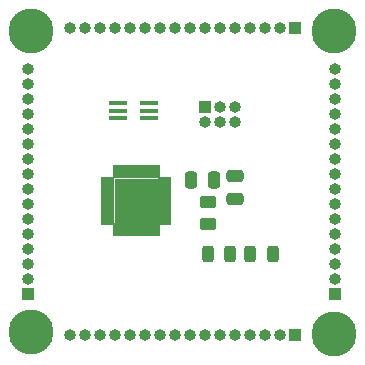
<source format=gbr>
%TF.GenerationSoftware,KiCad,Pcbnew,7.0.11-7.0.11~ubuntu20.04.1*%
%TF.CreationDate,2024-05-21T12:12:53+01:00*%
%TF.ProjectId,crosspoint-switches,63726f73-7370-46f6-996e-742d73776974,rev?*%
%TF.SameCoordinates,Original*%
%TF.FileFunction,Soldermask,Top*%
%TF.FilePolarity,Negative*%
%FSLAX46Y46*%
G04 Gerber Fmt 4.6, Leading zero omitted, Abs format (unit mm)*
G04 Created by KiCad (PCBNEW 7.0.11-7.0.11~ubuntu20.04.1) date 2024-05-21 12:12:53*
%MOMM*%
%LPD*%
G01*
G04 APERTURE LIST*
G04 Aperture macros list*
%AMRoundRect*
0 Rectangle with rounded corners*
0 $1 Rounding radius*
0 $2 $3 $4 $5 $6 $7 $8 $9 X,Y pos of 4 corners*
0 Add a 4 corners polygon primitive as box body*
4,1,4,$2,$3,$4,$5,$6,$7,$8,$9,$2,$3,0*
0 Add four circle primitives for the rounded corners*
1,1,$1+$1,$2,$3*
1,1,$1+$1,$4,$5*
1,1,$1+$1,$6,$7*
1,1,$1+$1,$8,$9*
0 Add four rect primitives between the rounded corners*
20,1,$1+$1,$2,$3,$4,$5,0*
20,1,$1+$1,$4,$5,$6,$7,0*
20,1,$1+$1,$6,$7,$8,$9,0*
20,1,$1+$1,$8,$9,$2,$3,0*%
G04 Aperture macros list end*
%ADD10R,1.000000X1.000000*%
%ADD11O,1.000000X1.000000*%
%ADD12RoundRect,0.013920X-0.508080X-0.218080X0.508080X-0.218080X0.508080X0.218080X-0.508080X0.218080X0*%
%ADD13RoundRect,0.013920X0.218080X-0.508080X0.218080X0.508080X-0.218080X0.508080X-0.218080X-0.508080X0*%
%ADD14RoundRect,0.102000X-1.800000X-1.800000X1.800000X-1.800000X1.800000X1.800000X-1.800000X1.800000X0*%
%ADD15C,3.800000*%
%ADD16RoundRect,0.250000X-0.250000X-0.475000X0.250000X-0.475000X0.250000X0.475000X-0.250000X0.475000X0*%
%ADD17RoundRect,0.250000X0.475000X-0.250000X0.475000X0.250000X-0.475000X0.250000X-0.475000X-0.250000X0*%
%ADD18RoundRect,0.243750X0.243750X0.456250X-0.243750X0.456250X-0.243750X-0.456250X0.243750X-0.456250X0*%
%ADD19RoundRect,0.100000X0.650000X0.100000X-0.650000X0.100000X-0.650000X-0.100000X0.650000X-0.100000X0*%
%ADD20RoundRect,0.250000X0.450000X-0.262500X0.450000X0.262500X-0.450000X0.262500X-0.450000X-0.262500X0*%
%ADD21RoundRect,0.243750X-0.243750X-0.456250X0.243750X-0.456250X0.243750X0.456250X-0.243750X0.456250X0*%
G04 APERTURE END LIST*
D10*
%TO.C,J4*%
X76550000Y-83500000D03*
D11*
X75280000Y-83500000D03*
X74010000Y-83500000D03*
X72740000Y-83500000D03*
X71470000Y-83500000D03*
X70200000Y-83500000D03*
X68930000Y-83500000D03*
X67660000Y-83500000D03*
X66390000Y-83500000D03*
X65120000Y-83500000D03*
X63850000Y-83500000D03*
X62580000Y-83500000D03*
X61310000Y-83500000D03*
X60040000Y-83500000D03*
X58770000Y-83500000D03*
X57500000Y-83500000D03*
%TD*%
D12*
%TO.C,U1*%
X60755000Y-70375000D03*
X60755000Y-70875000D03*
X60755000Y-71375000D03*
X60755000Y-71875000D03*
X60755000Y-72375000D03*
X60755000Y-72875000D03*
X60755000Y-73375000D03*
X60755000Y-73875000D03*
D13*
X61440000Y-74560000D03*
X61940000Y-74560000D03*
X62440000Y-74560000D03*
X62940000Y-74560000D03*
X63440000Y-74560000D03*
X63940000Y-74560000D03*
X64440000Y-74560000D03*
X64940000Y-74560000D03*
D12*
X65625000Y-73875000D03*
X65625000Y-73375000D03*
X65625000Y-72875000D03*
X65625000Y-72375000D03*
X65625000Y-71875000D03*
X65625000Y-71375000D03*
X65625000Y-70875000D03*
X65625000Y-70375000D03*
D13*
X64940000Y-69690000D03*
X64440000Y-69690000D03*
X63940000Y-69690000D03*
X63440000Y-69690000D03*
X62940000Y-69690000D03*
X62440000Y-69690000D03*
X61940000Y-69690000D03*
X61440000Y-69690000D03*
D14*
X63190000Y-72125000D03*
%TD*%
D15*
%TO.C,H4*%
X54250000Y-83250000D03*
%TD*%
D16*
%TO.C,C2*%
X67800000Y-70375000D03*
X69700000Y-70375000D03*
%TD*%
D15*
%TO.C,H3*%
X79875000Y-83375000D03*
%TD*%
D10*
%TO.C,J3*%
X80000000Y-80000000D03*
D11*
X80000000Y-78730000D03*
X80000000Y-77460000D03*
X80000000Y-76190000D03*
X80000000Y-74920000D03*
X80000000Y-73650000D03*
X80000000Y-72380000D03*
X80000000Y-71110000D03*
X80000000Y-69840000D03*
X80000000Y-68570000D03*
X80000000Y-67300000D03*
X80000000Y-66030000D03*
X80000000Y-64760000D03*
X80000000Y-63490000D03*
X80000000Y-62220000D03*
X80000000Y-60950000D03*
%TD*%
D17*
%TO.C,C1*%
X71500000Y-71950000D03*
X71500000Y-70050000D03*
%TD*%
D18*
%TO.C,D1*%
X71062500Y-76625000D03*
X69187500Y-76625000D03*
%TD*%
D15*
%TO.C,H1*%
X79875000Y-57750000D03*
%TD*%
D19*
%TO.C,U2*%
X64250000Y-65125000D03*
X64250000Y-64475000D03*
X64250000Y-63825000D03*
X61590000Y-63825000D03*
X61590000Y-64475000D03*
X61590000Y-65125000D03*
%TD*%
D10*
%TO.C,J5*%
X76550000Y-57500000D03*
D11*
X75280000Y-57500000D03*
X74010000Y-57500000D03*
X72740000Y-57500000D03*
X71470000Y-57500000D03*
X70200000Y-57500000D03*
X68930000Y-57500000D03*
X67660000Y-57500000D03*
X66390000Y-57500000D03*
X65120000Y-57500000D03*
X63850000Y-57500000D03*
X62580000Y-57500000D03*
X61310000Y-57500000D03*
X60040000Y-57500000D03*
X58770000Y-57500000D03*
X57500000Y-57500000D03*
%TD*%
D10*
%TO.C,J6*%
X69000000Y-64125000D03*
D11*
X69000000Y-65395000D03*
X70270000Y-64125000D03*
X70270000Y-65395000D03*
X71540000Y-64125000D03*
X71540000Y-65395000D03*
%TD*%
D15*
%TO.C,H2*%
X54250000Y-57750000D03*
%TD*%
D20*
%TO.C,R1*%
X69250000Y-74037500D03*
X69250000Y-72212500D03*
%TD*%
D21*
%TO.C,D4*%
X72812500Y-76625000D03*
X74687500Y-76625000D03*
%TD*%
D10*
%TO.C,J2*%
X54000000Y-80000000D03*
D11*
X54000000Y-78730000D03*
X54000000Y-77460000D03*
X54000000Y-76190000D03*
X54000000Y-74920000D03*
X54000000Y-73650000D03*
X54000000Y-72380000D03*
X54000000Y-71110000D03*
X54000000Y-69840000D03*
X54000000Y-68570000D03*
X54000000Y-67300000D03*
X54000000Y-66030000D03*
X54000000Y-64760000D03*
X54000000Y-63490000D03*
X54000000Y-62220000D03*
X54000000Y-60950000D03*
%TD*%
M02*

</source>
